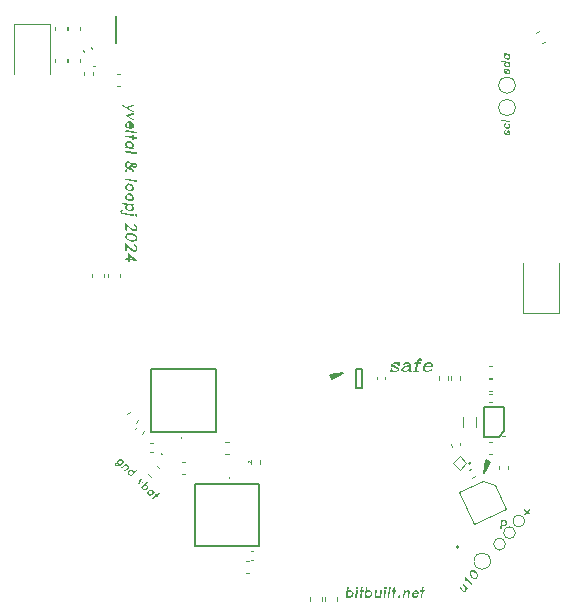
<source format=gbr>
%TF.GenerationSoftware,KiCad,Pcbnew,8.99.0-2194-gb3b7cbcab2*%
%TF.CreationDate,2024-09-04T20:38:51-04:00*%
%TF.ProjectId,thundervolt_hw1,7468756e-6465-4727-966f-6c745f687731,rev?*%
%TF.SameCoordinates,PX85b368ePY7384544*%
%TF.FileFunction,Legend,Top*%
%TF.FilePolarity,Positive*%
%FSLAX46Y46*%
G04 Gerber Fmt 4.6, Leading zero omitted, Abs format (unit mm)*
G04 Created by KiCad (PCBNEW 8.99.0-2194-gb3b7cbcab2) date 2024-09-04 20:38:51*
%MOMM*%
%LPD*%
G01*
G04 APERTURE LIST*
%ADD10C,0.150000*%
%ADD11C,0.140000*%
%ADD12C,0.112500*%
%ADD13C,0.300000*%
%ADD14C,0.120000*%
%ADD15C,0.200000*%
%ADD16C,0.100000*%
G04 APERTURE END LIST*
D10*
X5534332Y17441502D02*
X5784332Y17191502D01*
X5534332Y17441502D02*
X6634332Y17591502D01*
X18656286Y9449669D02*
X18825334Y10017988D01*
X5784332Y17191502D02*
X5659332Y17316502D01*
X5659332Y17316502D02*
X6284332Y17441502D01*
X5684332Y17041502D02*
X5534332Y17441502D01*
X18578408Y9076929D02*
X18672771Y10170592D01*
X19086468Y10064034D02*
X18578408Y9076929D01*
D11*
X-12083388Y31078826D02*
G75*
G02*
X-12043876Y31361633I9518J142834D01*
G01*
D10*
X18672771Y10170592D02*
X19086468Y10064034D01*
X6634332Y17591502D02*
X5684332Y17041502D01*
X18912378Y10033336D02*
X18656286Y9449669D01*
X6284332Y17441502D02*
X5721832Y17254002D01*
X18738287Y10002638D02*
X18912378Y10033336D01*
G36*
X-11156303Y40269927D02*
G01*
X-11141135Y40258203D01*
X-11129412Y40243109D01*
X-11126041Y40180974D01*
X-11129412Y40164194D01*
X-11141135Y40149100D01*
X-11156303Y40140674D01*
X-11573006Y40018162D01*
X-11157548Y39791455D01*
X-11142454Y39779732D01*
X-11130731Y39764637D01*
X-11127360Y39744487D01*
X-11130731Y39685723D01*
X-11142454Y39670628D01*
X-11157548Y39662202D01*
X-11174328Y39662202D01*
X-11192793Y39667258D01*
X-12105772Y40170935D01*
X-12120867Y40182659D01*
X-12130905Y40199439D01*
X-12134276Y40217903D01*
X-12130905Y40280039D01*
X-12105699Y40300189D01*
X-12087234Y40303559D01*
X-12068770Y40295133D01*
X-11737723Y40108800D01*
X-11191547Y40274983D01*
X-11174768Y40276668D01*
X-11156303Y40269927D01*
G37*
G36*
X-11156230Y39577059D02*
G01*
X-11141135Y39565335D01*
X-11129412Y39550241D01*
X-11126041Y39488106D01*
X-11129412Y39471326D01*
X-11141135Y39456232D01*
X-11156230Y39447806D01*
X-11572639Y39325293D01*
X-11157548Y39098587D01*
X-11142454Y39086864D01*
X-11130731Y39071769D01*
X-11126041Y39051619D01*
X-11126041Y39007949D01*
X-11129412Y38992855D01*
X-11141135Y38977760D01*
X-11156230Y38969334D01*
X-11174694Y38969334D01*
X-11191547Y38974390D01*
X-11800957Y39310126D01*
X-11816052Y39321923D01*
X-11826090Y39337017D01*
X-11829460Y39357167D01*
X-11826090Y39372261D01*
X-11816052Y39389041D01*
X-11800957Y39397467D01*
X-11191547Y39582115D01*
X-11174694Y39583800D01*
X-11156230Y39577059D01*
G37*
G36*
X-11419645Y38874152D02*
G01*
X-11288634Y38813702D01*
X-11270169Y38800293D01*
X-11182828Y38702914D01*
X-11130731Y38597108D01*
X-11126041Y38575346D01*
X-11126041Y38444334D01*
X-11131097Y38425869D01*
X-11174621Y38343657D01*
X-11239907Y38286577D01*
X-11325343Y38254631D01*
X-11347105Y38251260D01*
X-11477751Y38268113D01*
X-11494530Y38273095D01*
X-11509551Y38284892D01*
X-11521275Y38301672D01*
X-11524645Y38320136D01*
X-11524645Y38392310D01*
X-11388651Y38392310D01*
X-11359562Y38388940D01*
X-11294569Y38414146D01*
X-11262036Y38472910D01*
X-11262036Y38580328D01*
X-11297939Y38655873D01*
X-11328787Y38689505D01*
X-11388651Y38716323D01*
X-11388651Y38392310D01*
X-11524645Y38392310D01*
X-11524645Y38746584D01*
X-11626934Y38726434D01*
X-11657636Y38699543D01*
X-11693466Y38634037D01*
X-11693466Y38526619D01*
X-11661592Y38457816D01*
X-11589419Y38414146D01*
X-11565898Y38383957D01*
X-11567583Y38348640D01*
X-11619607Y38298301D01*
X-11636387Y38289875D01*
X-11653166Y38289875D01*
X-11671631Y38294931D01*
X-11686798Y38306728D01*
X-11773260Y38405719D01*
X-11824771Y38509840D01*
X-11829460Y38531675D01*
X-11829460Y38662614D01*
X-11824405Y38681079D01*
X-11780734Y38763364D01*
X-11685040Y38850632D01*
X-11666502Y38860744D01*
X-11535490Y38887561D01*
X-11419645Y38874152D01*
G37*
G36*
X-10849802Y37994805D02*
G01*
X-10834635Y37983081D01*
X-10824597Y37966229D01*
X-10821226Y37904166D01*
X-10824597Y37885702D01*
X-10834635Y37872219D01*
X-10849802Y37863866D01*
X-10868267Y37863866D01*
X-11782419Y37974655D01*
X-11800884Y37981396D01*
X-11816052Y37993120D01*
X-11826090Y38009899D01*
X-11829460Y38028364D01*
X-11826090Y38090499D01*
X-11816052Y38103908D01*
X-11800884Y38112335D01*
X-11782419Y38112335D01*
X-10868267Y38001546D01*
X-10849802Y37994805D01*
G37*
G36*
X-11157695Y37726773D02*
G01*
X-11142527Y37713364D01*
X-11130731Y37696584D01*
X-11127360Y37594149D01*
X-10868560Y37563961D01*
X-10849949Y37557219D01*
X-10834782Y37545496D01*
X-10824597Y37528716D01*
X-10821226Y37510252D01*
X-10821226Y37466581D01*
X-10825915Y37448116D01*
X-10835954Y37434707D01*
X-10851048Y37426281D01*
X-10869513Y37426281D01*
X-11126041Y37456543D01*
X-11126041Y37372572D01*
X-11130731Y37357478D01*
X-11142527Y37342310D01*
X-11157695Y37335642D01*
X-11174474Y37332272D01*
X-11218292Y37337328D01*
X-11236756Y37343995D01*
X-11251924Y37355792D01*
X-11262036Y37372572D01*
X-11265406Y37473322D01*
X-11782566Y37537069D01*
X-11801031Y37543811D01*
X-11816052Y37555534D01*
X-11826090Y37572314D01*
X-11829460Y37634449D01*
X-11826090Y37652914D01*
X-11816052Y37666396D01*
X-11801031Y37674749D01*
X-11782566Y37674749D01*
X-11265406Y37610928D01*
X-11265406Y37694899D01*
X-11262036Y37711679D01*
X-11251924Y37726773D01*
X-11236756Y37735199D01*
X-11218292Y37736885D01*
X-11174474Y37731829D01*
X-11157695Y37726773D01*
G37*
G36*
X-11419645Y37218772D02*
G01*
X-11288634Y37158322D01*
X-11270169Y37144913D01*
X-11182828Y37045848D01*
X-11130731Y36941728D01*
X-11126041Y36919965D01*
X-11126041Y36788954D01*
X-11131024Y36770489D01*
X-11174108Y36688277D01*
X-11189056Y36669812D01*
X-11156669Y36661386D01*
X-11142088Y36649662D01*
X-11130731Y36634494D01*
X-11127360Y36614418D01*
X-11130731Y36555653D01*
X-11142454Y36540485D01*
X-11157475Y36532132D01*
X-11174181Y36532132D01*
X-11781320Y36605991D01*
X-11799712Y36612732D01*
X-11814733Y36624456D01*
X-11824771Y36639550D01*
X-11828142Y36701686D01*
X-11824771Y36718465D01*
X-11815026Y36733559D01*
X-11800444Y36741986D01*
X-11766446Y36740300D01*
X-11781467Y36762136D01*
X-11824771Y36854460D01*
X-11829460Y36876295D01*
X-11829460Y36978657D01*
X-11693466Y36978657D01*
X-11693466Y36871239D01*
X-11624077Y36723521D01*
X-11331425Y36686591D01*
X-11262036Y36817530D01*
X-11262036Y36924948D01*
X-11297573Y37000492D01*
X-11328054Y37034125D01*
X-11441407Y37084463D01*
X-11514094Y37094501D01*
X-11627447Y37071054D01*
X-11657929Y37044163D01*
X-11693466Y36978657D01*
X-11829460Y36978657D01*
X-11829460Y37007233D01*
X-11824405Y37025698D01*
X-11780734Y37107984D01*
X-11685040Y37195252D01*
X-11666502Y37205363D01*
X-11535490Y37232181D01*
X-11419645Y37218772D01*
G37*
G36*
X-10849802Y36251497D02*
G01*
X-10834635Y36239774D01*
X-10824597Y36222921D01*
X-10821226Y36160859D01*
X-10824597Y36142394D01*
X-10834635Y36128912D01*
X-10849802Y36120559D01*
X-10868267Y36120559D01*
X-11782419Y36231347D01*
X-11800884Y36238088D01*
X-11816052Y36249812D01*
X-11826090Y36266591D01*
X-11829460Y36285056D01*
X-11826090Y36347192D01*
X-11816052Y36360600D01*
X-11800884Y36369027D01*
X-11782419Y36369027D01*
X-10868267Y36258238D01*
X-10849802Y36251497D01*
G37*
G36*
X-11500099Y35527342D02*
G01*
X-11400961Y35475318D01*
X-11313546Y35388050D01*
X-11258152Y35297411D01*
X-11231261Y35312506D01*
X-11100176Y35356176D01*
X-10999352Y35359473D01*
X-10977517Y35354491D01*
X-10878379Y35300782D01*
X-10826282Y35201717D01*
X-10821226Y35181567D01*
X-10826282Y35116061D01*
X-10878379Y35016996D01*
X-10977517Y34964972D01*
X-10999352Y34959917D01*
X-11086767Y34959917D01*
X-11106917Y34964972D01*
X-11206055Y35016996D01*
X-11300137Y35112691D01*
X-11463170Y34980067D01*
X-11288560Y34921302D01*
X-11182754Y34865908D01*
X-11130731Y34766843D01*
X-11126041Y34746693D01*
X-11126041Y34659425D01*
X-11129412Y34640960D01*
X-11141355Y34625866D01*
X-11156669Y34615754D01*
X-11173668Y34612457D01*
X-11236537Y34615754D01*
X-11251851Y34625866D01*
X-11262036Y34640960D01*
X-11265406Y34734969D01*
X-11282186Y34768528D01*
X-11324171Y34790363D01*
X-11586048Y34877704D01*
X-11658222Y34805457D01*
X-11693466Y34734969D01*
X-11693466Y34659425D01*
X-11696763Y34640960D01*
X-11706582Y34625866D01*
X-11721383Y34615754D01*
X-11739408Y34612457D01*
X-11782126Y34612457D01*
X-11800151Y34615754D01*
X-11814952Y34625866D01*
X-11824771Y34640960D01*
X-11829460Y34659425D01*
X-11829460Y34746693D01*
X-11824771Y34766843D01*
X-11772747Y34865908D01*
X-11697203Y34941452D01*
X-11781174Y35030405D01*
X-11824771Y35116061D01*
X-11829460Y35137896D01*
X-11829460Y35300709D01*
X-11693466Y35300709D01*
X-11693466Y35149620D01*
X-11658222Y35079132D01*
X-11626348Y35045573D01*
X-11601142Y35033776D01*
X-11418150Y35184938D01*
X-11189862Y35184938D01*
X-11179750Y35166473D01*
X-11146191Y35132841D01*
X-11075703Y35097596D01*
X-11010197Y35097596D01*
X-10976638Y35114376D01*
X-10959858Y35149620D01*
X-10959858Y35169843D01*
X-10976638Y35203402D01*
X-11010197Y35221867D01*
X-11079000Y35221867D01*
X-11189862Y35184938D01*
X-11418150Y35184938D01*
X-11369454Y35225164D01*
X-11429904Y35325915D01*
X-11463463Y35359473D01*
X-11534024Y35394791D01*
X-11599457Y35394791D01*
X-11661592Y35362844D01*
X-11693466Y35300709D01*
X-11829460Y35300709D01*
X-11829460Y35312506D01*
X-11824405Y35332582D01*
X-11772308Y35431647D01*
X-11716840Y35483744D01*
X-11629499Y35527342D01*
X-11607664Y35532397D01*
X-11521934Y35532397D01*
X-11500099Y35527342D01*
G37*
G36*
X-10849802Y33905594D02*
G01*
X-10834635Y33893870D01*
X-10824597Y33877017D01*
X-10821226Y33814955D01*
X-10824597Y33796490D01*
X-10834635Y33783008D01*
X-10849802Y33774655D01*
X-10868267Y33774655D01*
X-11782419Y33885443D01*
X-11800884Y33892185D01*
X-11816052Y33903908D01*
X-11826090Y33920688D01*
X-11829460Y33939152D01*
X-11826090Y34001288D01*
X-11816052Y34014697D01*
X-11800884Y34023123D01*
X-11782419Y34023123D01*
X-10868267Y33912335D01*
X-10849802Y33905594D01*
G37*
G36*
X-11419865Y33609058D02*
G01*
X-11288853Y33548608D01*
X-11270389Y33535199D01*
X-11174694Y33424411D01*
X-11126041Y33313549D01*
X-11126041Y33179240D01*
X-11130731Y33160775D01*
X-11182828Y33066766D01*
X-11270242Y32991222D01*
X-11288707Y32981183D01*
X-11419792Y32954292D01*
X-11522301Y32964404D01*
X-11666795Y33028151D01*
X-11685260Y33041633D01*
X-11772674Y33140625D01*
X-11824771Y33244746D01*
X-11829460Y33266581D01*
X-11829460Y33368943D01*
X-11693466Y33368943D01*
X-11693466Y33261525D01*
X-11657929Y33185981D01*
X-11627447Y33152422D01*
X-11514094Y33102010D01*
X-11441407Y33091972D01*
X-11328054Y33115492D01*
X-11297573Y33142310D01*
X-11262036Y33207816D01*
X-11262036Y33315234D01*
X-11297573Y33390778D01*
X-11328054Y33424411D01*
X-11441407Y33476434D01*
X-11514094Y33486473D01*
X-11627447Y33461340D01*
X-11657929Y33434449D01*
X-11693466Y33368943D01*
X-11829460Y33368943D01*
X-11829460Y33397520D01*
X-11824405Y33415984D01*
X-11772381Y33511679D01*
X-11685113Y33585538D01*
X-11666648Y33595649D01*
X-11535636Y33622467D01*
X-11419865Y33609058D01*
G37*
G36*
X-11419865Y32782540D02*
G01*
X-11288853Y32722090D01*
X-11270389Y32708681D01*
X-11174694Y32597893D01*
X-11126041Y32487031D01*
X-11126041Y32352722D01*
X-11130731Y32334257D01*
X-11182828Y32240248D01*
X-11270242Y32164704D01*
X-11288707Y32154665D01*
X-11419792Y32127774D01*
X-11522301Y32137886D01*
X-11666795Y32201633D01*
X-11685260Y32215116D01*
X-11772674Y32314107D01*
X-11824771Y32418228D01*
X-11829460Y32440063D01*
X-11829460Y32542425D01*
X-11693466Y32542425D01*
X-11693466Y32435007D01*
X-11657929Y32359463D01*
X-11627447Y32325904D01*
X-11514094Y32275492D01*
X-11441407Y32265454D01*
X-11328054Y32288975D01*
X-11297573Y32315792D01*
X-11262036Y32381298D01*
X-11262036Y32488716D01*
X-11297573Y32564261D01*
X-11328054Y32597893D01*
X-11441407Y32649917D01*
X-11514094Y32659955D01*
X-11627447Y32634822D01*
X-11657929Y32607931D01*
X-11693466Y32542425D01*
X-11829460Y32542425D01*
X-11829460Y32571002D01*
X-11824405Y32589467D01*
X-11772381Y32685161D01*
X-11685113Y32759020D01*
X-11666648Y32769132D01*
X-11535636Y32795949D01*
X-11419865Y32782540D01*
G37*
G36*
X-11174328Y31885534D02*
G01*
X-11157548Y31878793D01*
X-11142454Y31867069D01*
X-11130731Y31851902D01*
X-11126041Y31831752D01*
X-11126041Y31789840D01*
X-11129338Y31772987D01*
X-11140989Y31757893D01*
X-11155863Y31749540D01*
X-11189056Y31751225D01*
X-11174035Y31729390D01*
X-11130731Y31637066D01*
X-11126041Y31615231D01*
X-11126041Y31484292D01*
X-11131097Y31465827D01*
X-11183121Y31371745D01*
X-11270462Y31296201D01*
X-11289000Y31286162D01*
X-11435106Y31259271D01*
X-11535856Y31272753D01*
X-11666868Y31333130D01*
X-11685333Y31346612D01*
X-11781100Y31457401D01*
X-11824771Y31549725D01*
X-11829460Y31571560D01*
X-11829460Y31673995D01*
X-11693466Y31673995D01*
X-11693466Y31566504D01*
X-11657929Y31490960D01*
X-11627447Y31457401D01*
X-11514094Y31407062D01*
X-11441407Y31396951D01*
X-11328054Y31420471D01*
X-11297573Y31447363D01*
X-11262036Y31512795D01*
X-11262036Y31620213D01*
X-11331425Y31768005D01*
X-11624077Y31804934D01*
X-11693466Y31673995D01*
X-11829460Y31673995D01*
X-11829460Y31702499D01*
X-11824478Y31720963D01*
X-11781394Y31803249D01*
X-11766446Y31821714D01*
X-12087234Y31862014D01*
X-12105699Y31867069D01*
X-12120867Y31878793D01*
X-12130905Y31895573D01*
X-12134276Y31914037D01*
X-12130905Y31974487D01*
X-12120867Y31987896D01*
X-12105772Y31996323D01*
X-12087308Y31998008D01*
X-11174328Y31885534D01*
G37*
G36*
X-10824597Y30962516D02*
G01*
X-10821226Y30900454D01*
X-10824597Y30881989D01*
X-10878306Y30829892D01*
X-10893400Y30821539D01*
X-10955535Y30826595D01*
X-10974000Y30831577D01*
X-10989094Y30843374D01*
X-11042803Y30908807D01*
X-11046174Y30972628D01*
X-11042803Y30989407D01*
X-10989094Y31041431D01*
X-10974000Y31049857D01*
X-10911865Y31046487D01*
X-10893400Y31039746D01*
X-10878306Y31028022D01*
X-10824597Y30962516D01*
G37*
G36*
X-11156303Y31029707D02*
G01*
X-11141135Y31016298D01*
X-11129412Y31001131D01*
X-11126041Y30937383D01*
X-11129412Y30920604D01*
X-11141135Y30905437D01*
X-11156303Y30898769D01*
X-11173082Y30897083D01*
X-12087234Y31009557D01*
X-12105699Y31014613D01*
X-12120867Y31026337D01*
X-12130905Y31043116D01*
X-12134276Y31061581D01*
X-12130905Y31123716D01*
X-12120867Y31137125D01*
X-12105699Y31145552D01*
X-12087234Y31147237D01*
X-11173082Y31034763D01*
X-11156303Y31029707D01*
G37*
G36*
X-11767179Y30324090D02*
G01*
X-11750326Y30312293D01*
X-11317576Y29870751D01*
X-11191254Y29771759D01*
X-11117175Y29724718D01*
X-11051523Y29716291D01*
X-10989241Y29741497D01*
X-10957220Y29800262D01*
X-10957220Y29951351D01*
X-10989094Y30020227D01*
X-11051230Y30058769D01*
X-11101568Y30068880D01*
X-11116662Y30080604D01*
X-11126774Y30097383D01*
X-11131756Y30115848D01*
X-11126774Y30176298D01*
X-11116662Y30189781D01*
X-11101568Y30198134D01*
X-11041118Y30193078D01*
X-11019283Y30186410D01*
X-10932308Y30132701D01*
X-10869146Y30060454D01*
X-10825915Y29968130D01*
X-10821226Y29946295D01*
X-10821226Y29771759D01*
X-10826282Y29753294D01*
X-10870026Y29671009D01*
X-10934066Y29612244D01*
X-11021627Y29581982D01*
X-11043463Y29578685D01*
X-11129338Y29590409D01*
X-11151247Y29597150D01*
X-11243864Y29654229D01*
X-11373557Y29756591D01*
X-11693466Y30082289D01*
X-11693466Y29662582D01*
X-11696763Y29644118D01*
X-11706582Y29630709D01*
X-11721383Y29622282D01*
X-11782126Y29625653D01*
X-11800151Y29632394D01*
X-11814952Y29644118D01*
X-11824771Y29660897D01*
X-11829460Y29679362D01*
X-11829460Y30287160D01*
X-11826090Y30305625D01*
X-11815978Y30319034D01*
X-11800811Y30327387D01*
X-11784031Y30329072D01*
X-11767179Y30324090D01*
G37*
G36*
X-11253170Y29396089D02*
G01*
X-11018550Y29315489D01*
X-10877866Y29201330D01*
X-10825915Y29041815D01*
X-10825915Y28932711D01*
X-10869440Y28808514D01*
X-10887904Y28786679D01*
X-11035329Y28711134D01*
X-11261523Y28694355D01*
X-11400594Y28711134D01*
X-11635141Y28791661D01*
X-11775825Y28905820D01*
X-11829460Y29072076D01*
X-11828438Y29134139D01*
X-11693466Y29134139D01*
X-11693466Y29063650D01*
X-11663278Y28967956D01*
X-11591104Y28912561D01*
X-11388065Y28847129D01*
X-11267311Y28833647D01*
X-11064272Y28848741D01*
X-10992098Y28885744D01*
X-10961910Y28973012D01*
X-10961910Y29043500D01*
X-10992098Y29137509D01*
X-11064272Y29194589D01*
X-11267311Y29260095D01*
X-11388065Y29273503D01*
X-11591104Y29258409D01*
X-11663278Y29219794D01*
X-11693466Y29134139D01*
X-11828438Y29134139D01*
X-11827775Y29174439D01*
X-11784251Y29297024D01*
X-11765786Y29320545D01*
X-11618361Y29396089D01*
X-11392168Y29412868D01*
X-11253170Y29396089D01*
G37*
G36*
X-11767179Y28588988D02*
G01*
X-11750326Y28577192D01*
X-11317576Y28135649D01*
X-11191254Y28036658D01*
X-11117175Y27989617D01*
X-11051523Y27981190D01*
X-10989241Y28006396D01*
X-10957220Y28065161D01*
X-10957220Y28216249D01*
X-10989094Y28285126D01*
X-11051230Y28323667D01*
X-11101568Y28333779D01*
X-11116662Y28345503D01*
X-11126774Y28362282D01*
X-11131756Y28380747D01*
X-11126774Y28441197D01*
X-11116662Y28454679D01*
X-11101568Y28463032D01*
X-11041118Y28457977D01*
X-11019283Y28451309D01*
X-10932308Y28397600D01*
X-10869146Y28325353D01*
X-10825915Y28233029D01*
X-10821226Y28211194D01*
X-10821226Y28036658D01*
X-10826282Y28018193D01*
X-10870026Y27935908D01*
X-10934066Y27877143D01*
X-11021627Y27846881D01*
X-11043463Y27843584D01*
X-11129338Y27855307D01*
X-11151247Y27862049D01*
X-11243864Y27919128D01*
X-11373557Y28021490D01*
X-11693466Y28347188D01*
X-11693466Y27927481D01*
X-11696763Y27909016D01*
X-11706582Y27895607D01*
X-11721383Y27887181D01*
X-11782126Y27890552D01*
X-11800151Y27897293D01*
X-11814952Y27909016D01*
X-11824771Y27925796D01*
X-11829460Y27944261D01*
X-11829460Y28552059D01*
X-11826090Y28570524D01*
X-11815978Y28583933D01*
X-11800811Y28592286D01*
X-11784031Y28593971D01*
X-11767179Y28588988D01*
G37*
G36*
X-11538494Y27686120D02*
G01*
X-10841376Y27122066D01*
X-10829652Y27108657D01*
X-10821226Y27088507D01*
X-10823131Y27071728D01*
X-10830605Y27056560D01*
X-10850682Y27041466D01*
X-10869073Y27039781D01*
X-11473061Y27113640D01*
X-11473061Y26987757D01*
X-11476432Y26969292D01*
X-11486470Y26955883D01*
X-11501638Y26947457D01*
X-11520103Y26945771D01*
X-11562015Y26950827D01*
X-11580479Y26957568D01*
X-11595647Y26969292D01*
X-11605685Y26986072D01*
X-11609056Y27004536D01*
X-11609056Y27130492D01*
X-11800664Y27158995D01*
X-11815905Y27170719D01*
X-11826090Y27187572D01*
X-11829460Y27247949D01*
X-11826090Y27266413D01*
X-11815905Y27279896D01*
X-11800664Y27288249D01*
X-11609056Y27268099D01*
X-11609056Y27476267D01*
X-11474893Y27476267D01*
X-11473061Y27251319D01*
X-11148902Y27211019D01*
X-11474893Y27476267D01*
X-11609056Y27476267D01*
X-11609056Y27655932D01*
X-11609056Y27672711D01*
X-11587220Y27694547D01*
X-11553588Y27696232D01*
X-11538494Y27686120D01*
G37*
D12*
G36*
X21945836Y5616484D02*
G01*
X21942350Y5629563D01*
X21944137Y5643010D01*
X21951356Y5655084D01*
X22099211Y5825172D01*
X21929082Y5973063D01*
X21920289Y5984057D01*
X21916684Y5997166D01*
X21918465Y6010690D01*
X21947095Y6047478D01*
X21958088Y6056271D01*
X21971233Y6059917D01*
X21984716Y6058172D01*
X21996826Y6050994D01*
X22166956Y5903103D01*
X22314811Y6073191D01*
X22325763Y6082020D01*
X22338831Y6085661D01*
X22352267Y6084030D01*
X22388640Y6055761D01*
X22397309Y6044875D01*
X22400794Y6031797D01*
X22399008Y6018350D01*
X22391788Y6006276D01*
X22243933Y5836188D01*
X22414021Y5688332D01*
X22422814Y5677339D01*
X22426419Y5664230D01*
X22424638Y5650705D01*
X22396008Y5613918D01*
X22385015Y5605125D01*
X22371870Y5601479D01*
X22358387Y5603224D01*
X22346277Y5610401D01*
X22176189Y5758257D01*
X22028333Y5588169D01*
X22017381Y5579339D01*
X22004314Y5575699D01*
X21990878Y5577330D01*
X21954505Y5605599D01*
X21945836Y5616484D01*
G37*
G36*
X20613026Y37693105D02*
G01*
X20594177Y37710745D01*
X20590385Y37724594D01*
X20590385Y37759875D01*
X20600441Y37782516D01*
X20635722Y37798893D01*
X20655836Y37855551D01*
X20655836Y37941170D01*
X20635667Y38002884D01*
X20618027Y38015469D01*
X20601650Y38017997D01*
X20576481Y38006621D01*
X20495808Y37824062D01*
X20455526Y37752291D01*
X20381172Y37720802D01*
X20364796Y37719593D01*
X20349683Y37724594D01*
X20272857Y37776251D01*
X20233784Y37889568D01*
X20231256Y38000356D01*
X20266922Y38103616D01*
X20273296Y38116201D01*
X20350892Y38146426D01*
X20363477Y38148954D01*
X20377326Y38146426D01*
X20388646Y38137578D01*
X20398703Y38123729D01*
X20401231Y38108617D01*
X20398703Y38064543D01*
X20382326Y38046958D01*
X20355893Y38038110D01*
X20335780Y37981452D01*
X20335780Y37895833D01*
X20355893Y37834173D01*
X20365950Y37827854D01*
X20383535Y37834173D01*
X20398593Y37864344D01*
X20463879Y38016733D01*
X20504106Y38088504D01*
X20578185Y38118729D01*
X20625940Y38116201D01*
X20642262Y38111200D01*
X20717660Y38060806D01*
X20757832Y37946226D01*
X20757832Y37825326D01*
X20717550Y37720802D01*
X20641987Y37689368D01*
X20626875Y37688104D01*
X20613026Y37693105D01*
G37*
G36*
X20348639Y38734330D02*
G01*
X20362488Y38735594D01*
X20376336Y38730594D01*
X20420355Y38685256D01*
X20430467Y38660087D01*
X20421619Y38637390D01*
X20356168Y38609693D01*
X20332263Y38565620D01*
X20332263Y38485056D01*
X20358916Y38428398D01*
X20381777Y38403174D01*
X20466792Y38364156D01*
X20521307Y38356627D01*
X20606322Y38375477D01*
X20629183Y38395645D01*
X20655836Y38444774D01*
X20655836Y38525338D01*
X20631930Y38576940D01*
X20566424Y38619750D01*
X20557632Y38644974D01*
X20568952Y38667616D01*
X20613026Y38702896D01*
X20625611Y38702896D01*
X20639459Y38699105D01*
X20715681Y38616013D01*
X20754314Y38537923D01*
X20757832Y38521546D01*
X20757832Y38423342D01*
X20754040Y38409494D01*
X20721287Y38347780D01*
X20649516Y38282329D01*
X20635612Y38274745D01*
X20537353Y38254631D01*
X20450470Y38264688D01*
X20352211Y38310026D01*
X20338363Y38320082D01*
X20272857Y38393117D01*
X20233784Y38472472D01*
X20230267Y38488793D01*
X20230267Y38587052D01*
X20234004Y38600901D01*
X20266317Y38662560D01*
X20337264Y38728066D01*
X20348639Y38734330D01*
G37*
G36*
X20023088Y38924199D02*
G01*
X20011712Y38932992D01*
X20004184Y38945631D01*
X20001656Y38992178D01*
X20004184Y39006026D01*
X20011712Y39016138D01*
X20023088Y39022403D01*
X20036937Y39022403D01*
X20722551Y38939311D01*
X20736399Y38934255D01*
X20747775Y38925463D01*
X20755304Y38912878D01*
X20757832Y38899030D01*
X20755304Y38852428D01*
X20747775Y38842371D01*
X20736399Y38836052D01*
X20722551Y38836052D01*
X20036937Y38919143D01*
X20023088Y38924199D01*
G37*
G36*
X-10529100Y8640794D02*
G01*
X-10514877Y8642582D01*
X-10500655Y8640794D01*
X-10465915Y8609630D01*
X-10458804Y8598943D01*
X-10457017Y8584721D01*
X-10460553Y8572247D01*
X-10616416Y8286441D01*
X-10276051Y8386347D01*
X-10261829Y8388134D01*
X-10247607Y8386347D01*
X-10234434Y8378148D01*
X-10211274Y8354988D01*
X-10205056Y8345195D01*
X-10203269Y8330973D01*
X-10206805Y8318499D01*
X-10216597Y8308707D01*
X-10228216Y8302451D01*
X-10729456Y8157313D01*
X-10743717Y8155565D01*
X-10757046Y8158246D01*
X-10769519Y8167144D01*
X-10775737Y8176937D01*
X-10779312Y8191159D01*
X-10775775Y8203633D01*
X-10550511Y8624746D01*
X-10542467Y8634577D01*
X-10529100Y8640794D01*
G37*
G36*
X-9914548Y8377992D02*
G01*
X-9902968Y8369987D01*
X-9872697Y8336141D01*
X-9870909Y8323707D01*
X-9874523Y8311233D01*
X-9884316Y8301440D01*
X-10074918Y8151795D01*
X-10055372Y8148181D01*
X-9983445Y8122185D01*
X-9969378Y8113092D01*
X-9899937Y8043651D01*
X-9892826Y8031177D01*
X-9871415Y7954587D01*
X-9876777Y7867310D01*
X-9881285Y7852155D01*
X-9936503Y7768414D01*
X-9996190Y7719452D01*
X-10106627Y7676708D01*
X-10123531Y7674026D01*
X-10222387Y7680244D01*
X-10305195Y7707795D01*
X-10319262Y7716888D01*
X-10388703Y7786328D01*
X-10395853Y7798763D01*
X-10416642Y7865250D01*
X-10418508Y7882970D01*
X-10440968Y7869369D01*
X-10454957Y7867893D01*
X-10469024Y7871623D01*
X-10502870Y7901894D01*
X-10510875Y7913474D01*
X-10512663Y7925909D01*
X-10509088Y7938422D01*
X-10499334Y7948175D01*
X-10497549Y7949574D01*
X-10334106Y7949574D01*
X-10301465Y7843334D01*
X-10244459Y7786328D01*
X-10185549Y7765111D01*
X-10151587Y7763479D01*
X-10064776Y7796898D01*
X-10020866Y7830083D01*
X-9973225Y7902671D01*
X-9971321Y7933098D01*
X-9987175Y7986645D01*
X-10044142Y8043612D01*
X-10159319Y8085191D01*
X-10334106Y7949574D01*
X-10497549Y7949574D01*
X-9956399Y8373601D01*
X-9943031Y8379819D01*
X-9928770Y8381567D01*
X-9914548Y8377992D01*
G37*
G36*
X-9618638Y7702121D02*
G01*
X-9535791Y7674531D01*
X-9521763Y7665477D01*
X-9452284Y7595998D01*
X-9445134Y7583563D01*
X-9424383Y7517114D01*
X-9422518Y7499395D01*
X-9400873Y7512102D01*
X-9386923Y7513617D01*
X-9372856Y7511596D01*
X-9360421Y7502737D01*
X-9331044Y7469784D01*
X-9329218Y7455523D01*
X-9332754Y7443127D01*
X-9341614Y7434267D01*
X-9702767Y7151453D01*
X-9716096Y7145275D01*
X-9730279Y7143526D01*
X-9743608Y7146207D01*
X-9778348Y7177372D01*
X-9785459Y7188058D01*
X-9788296Y7201231D01*
X-9785032Y7213433D01*
X-9766107Y7230570D01*
X-9785653Y7234184D01*
X-9857581Y7260180D01*
X-9871648Y7269273D01*
X-9941088Y7338714D01*
X-9948200Y7351187D01*
X-9968678Y7417986D01*
X-9967237Y7449267D01*
X-9869705Y7449267D01*
X-9853812Y7395681D01*
X-9796845Y7338714D01*
X-9681706Y7297174D01*
X-9506919Y7432791D01*
X-9539560Y7539031D01*
X-9596527Y7595998D01*
X-9655437Y7617215D01*
X-9689439Y7618886D01*
X-9776249Y7585467D01*
X-9820121Y7552243D01*
X-9867801Y7479693D01*
X-9869705Y7449267D01*
X-9967237Y7449267D01*
X-9964209Y7515016D01*
X-9959741Y7530210D01*
X-9904483Y7613912D01*
X-9835937Y7668236D01*
X-9734399Y7705657D01*
X-9717495Y7708339D01*
X-9618638Y7702121D01*
G37*
G36*
X-9250801Y7360941D02*
G01*
X-9235646Y7361874D01*
X-9220491Y7359231D01*
X-9164379Y7306694D01*
X-9011120Y7427933D01*
X-8997675Y7434229D01*
X-8983413Y7436055D01*
X-8969113Y7432558D01*
X-8957533Y7424553D01*
X-8934374Y7401393D01*
X-8927068Y7389114D01*
X-8925281Y7376679D01*
X-8928817Y7364205D01*
X-8938609Y7354413D01*
X-9090703Y7234417D01*
X-9046170Y7189884D01*
X-9040652Y7179393D01*
X-9038865Y7165093D01*
X-9043372Y7153513D01*
X-9050484Y7142826D01*
X-9076402Y7122270D01*
X-9089731Y7116014D01*
X-9104031Y7114226D01*
X-9118292Y7117763D01*
X-9173511Y7169406D01*
X-9481583Y6928948D01*
X-9494951Y6922730D01*
X-9509134Y6920982D01*
X-9523356Y6924557D01*
X-9558096Y6955721D01*
X-9566101Y6967301D01*
X-9567927Y6979775D01*
X-9564391Y6992171D01*
X-9554599Y7001963D01*
X-9246487Y7242383D01*
X-9291020Y7286915D01*
X-9298131Y7297601D01*
X-9300773Y7310969D01*
X-9297198Y7323481D01*
X-9288299Y7334167D01*
X-9262381Y7354724D01*
X-9250801Y7360941D01*
G37*
D10*
G36*
X16469958Y-656591D02*
G01*
X16466875Y-640965D01*
X16467794Y-625017D01*
X16476690Y-610501D01*
X16510938Y-575385D01*
X16526609Y-572342D01*
X16540715Y-575381D01*
X16551269Y-584554D01*
X16790753Y-850179D01*
X16843705Y-868377D01*
X16895971Y-848924D01*
X16930822Y-808832D01*
X16951662Y-737950D01*
X16969558Y-625594D01*
X16739290Y-369843D01*
X16732422Y-356429D01*
X16729292Y-340764D01*
X16730211Y-324815D01*
X16738278Y-309579D01*
X16761192Y-283219D01*
X16772486Y-274509D01*
X16788151Y-271379D01*
X16802211Y-274378D01*
X16812718Y-283511D01*
X17154874Y-662496D01*
X17162802Y-676831D01*
X17165885Y-692457D01*
X17163947Y-707438D01*
X17155879Y-722675D01*
X17132925Y-749080D01*
X17121678Y-757830D01*
X17107159Y-761876D01*
X17093151Y-759003D01*
X17081676Y-749028D01*
X17047804Y-712140D01*
X17045903Y-788319D01*
X17023498Y-869005D01*
X17013628Y-886316D01*
X16942002Y-968712D01*
X16928727Y-977561D01*
X16841571Y-1007461D01*
X16828432Y-1003402D01*
X16720966Y-941536D01*
X16476872Y-670044D01*
X16469958Y-656591D01*
G37*
G36*
X16909479Y11988D02*
G01*
X16905151Y30556D01*
X16928666Y119500D01*
X16928456Y292094D01*
X16936431Y305549D01*
X16948646Y315320D01*
X16962290Y318265D01*
X16976436Y315272D01*
X16988049Y305177D01*
X17502372Y-264328D01*
X17510340Y-278617D01*
X17513429Y-294328D01*
X17510569Y-310370D01*
X17478718Y-351291D01*
X17466504Y-361061D01*
X17452859Y-364006D01*
X17438753Y-360967D01*
X17427140Y-350872D01*
X17025679Y94472D01*
X17025216Y72626D01*
X16993310Y-23830D01*
X16982155Y-34522D01*
X16967543Y-38487D01*
X16953443Y-35534D01*
X16939988Y-27559D01*
X16909479Y11988D01*
G37*
G36*
X17675783Y884120D02*
G01*
X17827215Y771010D01*
X17905507Y684424D01*
X18008994Y505548D01*
X18035061Y356837D01*
X17977899Y222951D01*
X17920876Y159494D01*
X17826483Y106192D01*
X17802011Y101495D01*
X17667991Y134583D01*
X17516559Y247693D01*
X17438313Y334239D01*
X17334820Y513200D01*
X17312664Y639598D01*
X17415488Y639598D01*
X17429674Y564240D01*
X17521557Y412037D01*
X17590171Y337586D01*
X17726120Y236075D01*
X17792623Y220902D01*
X17858438Y258269D01*
X17896976Y302601D01*
X17930307Y379290D01*
X17915200Y453587D01*
X17823277Y605744D01*
X17754703Y680241D01*
X17618754Y781753D01*
X17553132Y797939D01*
X17486435Y759559D01*
X17447898Y715227D01*
X17415488Y639598D01*
X17312664Y639598D01*
X17308753Y661912D01*
X17363289Y790637D01*
X17422938Y859255D01*
X17518212Y913570D01*
X17541763Y917208D01*
X17675783Y884120D01*
G37*
D13*
G36*
X10694260Y18322405D02*
G01*
X10704793Y18343947D01*
X10721555Y18361643D01*
X10801330Y18422422D01*
X10918842Y18473371D01*
X10946044Y18478842D01*
X11164306Y18478842D01*
X11189493Y18474141D01*
X11300776Y18416951D01*
X11340619Y18467900D01*
X11361593Y18475680D01*
X11386780Y18478842D01*
X11405648Y18472944D01*
X11422409Y18461233D01*
X11430836Y18443708D01*
X11430836Y18424132D01*
X11397313Y18220592D01*
X11388887Y18201016D01*
X11376247Y18183321D01*
X11355273Y18171609D01*
X11332192Y18165711D01*
X11311218Y18169643D01*
X11292350Y18179474D01*
X11248295Y18289151D01*
X11212574Y18328303D01*
X11130783Y18369422D01*
X10941923Y18369422D01*
X10845386Y18328218D01*
X10809665Y18298811D01*
X10834853Y18265557D01*
X10927176Y18220421D01*
X11179052Y18118523D01*
X11296563Y18055777D01*
X11342725Y18004743D01*
X11353167Y17987133D01*
X11353167Y17967557D01*
X11327979Y17814624D01*
X11319644Y17793082D01*
X11304898Y17775386D01*
X11225214Y17714607D01*
X11105596Y17663658D01*
X11080408Y17658186D01*
X10860040Y17658186D01*
X10836959Y17665196D01*
X10723661Y17725549D01*
X10683727Y17674600D01*
X10662753Y17662888D01*
X10639672Y17658186D01*
X10618698Y17662119D01*
X10601937Y17675796D01*
X10593510Y17693321D01*
X10591404Y17712897D01*
X10625018Y17916437D01*
X10635459Y17936098D01*
X10650205Y17953708D01*
X10671179Y17965420D01*
X10692154Y17971318D01*
X10715235Y17967386D01*
X10731996Y17957640D01*
X10776143Y17845997D01*
X10811772Y17808726D01*
X10893654Y17767607D01*
X11084622Y17767607D01*
X11179052Y17808811D01*
X11214681Y17836252D01*
X11223107Y17893099D01*
X11197920Y17922506D01*
X11107702Y17967557D01*
X10853720Y18067574D01*
X10748849Y18120489D01*
X10679606Y18198879D01*
X10685834Y18271456D01*
X10694260Y18322405D01*
G37*
G36*
X12165213Y18472944D02*
G01*
X12265963Y18421995D01*
X12324673Y18361301D01*
X12370835Y18245725D01*
X12372941Y18220250D01*
X12314232Y17877370D01*
X12345647Y17795048D01*
X12372941Y17767607D01*
X12425423Y17763760D01*
X12442184Y17752220D01*
X12450611Y17734867D01*
X12452717Y17713666D01*
X12444291Y17692551D01*
X12427530Y17675198D01*
X12406555Y17663658D01*
X12383474Y17659725D01*
X12307912Y17663658D01*
X12190400Y17725463D01*
X12169426Y17771796D01*
X12091757Y17714778D01*
X11972139Y17663658D01*
X11946951Y17658186D01*
X11776958Y17658186D01*
X11590204Y17722813D01*
X11541936Y17840441D01*
X11539829Y17865915D01*
X11541952Y17877370D01*
X11714035Y17877370D01*
X11741329Y17804879D01*
X11814786Y17767607D01*
X11951165Y17767607D01*
X12045595Y17808811D01*
X12146345Y17887201D01*
X12184081Y18112625D01*
X11869282Y18065608D01*
X11779065Y18026370D01*
X11726583Y17953879D01*
X11714035Y17877370D01*
X11541952Y17877370D01*
X11558697Y17967728D01*
X11569230Y17991236D01*
X11655234Y18108863D01*
X11860947Y18173490D01*
X12177852Y18220507D01*
X12207162Y18244015D01*
X12215588Y18298897D01*
X12188294Y18328303D01*
X12106503Y18369422D01*
X11917551Y18369422D01*
X11844186Y18338049D01*
X11827333Y18249914D01*
X11812679Y18232304D01*
X11791705Y18220592D01*
X11711929Y18216660D01*
X11690954Y18220592D01*
X11674193Y18232304D01*
X11665767Y18249914D01*
X11669980Y18322405D01*
X11680421Y18343947D01*
X11697274Y18361557D01*
X11776958Y18422337D01*
X11894470Y18473371D01*
X11921764Y18478842D01*
X12140025Y18478842D01*
X12165213Y18472944D01*
G37*
G36*
X12834102Y18623825D02*
G01*
X12844635Y18649214D01*
X12928624Y18762567D01*
X13069217Y18825057D01*
X13203489Y18828989D01*
X13222357Y18825057D01*
X13241225Y18813260D01*
X13285372Y18762225D01*
X13295813Y18744615D01*
X13297920Y18722988D01*
X13279052Y18652292D01*
X13203489Y18583647D01*
X13180408Y18571850D01*
X13157327Y18567918D01*
X13136353Y18571850D01*
X13071323Y18634682D01*
X13062897Y18652292D01*
X13062897Y18671953D01*
X13077552Y18703326D01*
X13062897Y18691700D01*
X13004096Y18612370D01*
X12981015Y18478842D01*
X13163647Y18474996D01*
X13182515Y18461489D01*
X13190941Y18444221D01*
X13192956Y18424901D01*
X13184622Y18403787D01*
X13167769Y18386433D01*
X13144688Y18374893D01*
X12964253Y18370960D01*
X12861397Y17767607D01*
X12966360Y17767607D01*
X12989441Y17763760D01*
X13006202Y17752220D01*
X13016735Y17734867D01*
X13016735Y17713666D01*
X13008309Y17692551D01*
X12993654Y17675198D01*
X12972680Y17663658D01*
X12947492Y17658186D01*
X12563451Y17658186D01*
X12544583Y17662033D01*
X12525624Y17673574D01*
X12517289Y17690927D01*
X12515182Y17712128D01*
X12523517Y17733242D01*
X12540370Y17750596D01*
X12561344Y17762136D01*
X12687282Y17766069D01*
X12790047Y18369422D01*
X12664201Y18373354D01*
X12647348Y18384894D01*
X12636907Y18402248D01*
X12634800Y18423363D01*
X12645242Y18442597D01*
X12659988Y18459950D01*
X12680962Y18473371D01*
X12809007Y18477304D01*
X12834102Y18623825D01*
G37*
G36*
X14010590Y18472944D02*
G01*
X14111340Y18421995D01*
X14180583Y18345486D01*
X14216212Y18245468D01*
X14218318Y18219908D01*
X14193131Y18098349D01*
X14178476Y18078773D01*
X14157502Y18066976D01*
X14132314Y18063043D01*
X13538438Y18063043D01*
X13532118Y18025857D01*
X13555199Y17894809D01*
X13632868Y17808726D01*
X13714659Y17767607D01*
X13800755Y17767607D01*
X13947575Y17810692D01*
X14086152Y17916437D01*
X14109233Y17920369D01*
X14130208Y17916437D01*
X14149075Y17904725D01*
X14157502Y17885149D01*
X14157502Y17865573D01*
X14151182Y17844031D01*
X14008483Y17724608D01*
X13981189Y17710931D01*
X13792328Y17658186D01*
X13664284Y17660153D01*
X13509037Y17711102D01*
X13488063Y17724779D01*
X13395739Y17826592D01*
X13385206Y17848134D01*
X13355805Y18016625D01*
X13378886Y18136048D01*
X13398395Y18172464D01*
X13578280Y18172464D01*
X14039990Y18172464D01*
X14054645Y18257180D01*
X14027351Y18331979D01*
X13951788Y18369422D01*
X13817516Y18369422D01*
X13720979Y18328047D01*
X13613909Y18241365D01*
X13578280Y18172464D01*
X13398395Y18172464D01*
X13460769Y18288895D01*
X13477530Y18310437D01*
X13605574Y18412250D01*
X13630762Y18423961D01*
X13819622Y18476876D01*
X13985402Y18478842D01*
X14010590Y18472944D01*
G37*
D10*
G36*
X20087807Y5130766D02*
G01*
X20099128Y5122028D01*
X20105393Y5110873D01*
X20104129Y5085978D01*
X20120505Y5097244D01*
X20189748Y5129722D01*
X20206124Y5133239D01*
X20304328Y5133239D01*
X20318177Y5129447D01*
X20388739Y5090429D01*
X20445397Y5024923D01*
X20452926Y5011020D01*
X20473094Y4901440D01*
X20462982Y4825878D01*
X20417700Y4727619D01*
X20407588Y4713770D01*
X20324497Y4641945D01*
X20255254Y4609192D01*
X20238877Y4605674D01*
X20140673Y4605674D01*
X20126825Y4609411D01*
X20065111Y4641725D01*
X20051262Y4652935D01*
X20021037Y4412344D01*
X20017245Y4398496D01*
X20008453Y4387120D01*
X19995868Y4379591D01*
X19982019Y4377063D01*
X19936682Y4379591D01*
X19926625Y4387120D01*
X19920305Y4398441D01*
X19919041Y4412289D01*
X19961842Y4759712D01*
X20063847Y4759712D01*
X20162051Y4707670D01*
X20242669Y4707670D01*
X20299327Y4734323D01*
X20324497Y4757184D01*
X20362251Y4842199D01*
X20369834Y4896714D01*
X20352194Y4981729D01*
X20332025Y5004590D01*
X20282951Y5031243D01*
X20202387Y5031243D01*
X20091544Y4979201D01*
X20063847Y4759712D01*
X19961842Y4759712D01*
X20003397Y5097024D01*
X20008453Y5109609D01*
X20017245Y5120929D01*
X20028621Y5129722D01*
X20043733Y5133239D01*
X20075167Y5133239D01*
X20087807Y5130766D01*
G37*
D12*
G36*
X20613026Y42893105D02*
G01*
X20594177Y42910745D01*
X20590385Y42924594D01*
X20590385Y42959875D01*
X20600441Y42982516D01*
X20635722Y42998893D01*
X20655836Y43055551D01*
X20655836Y43141170D01*
X20635667Y43202884D01*
X20618027Y43215469D01*
X20601650Y43217997D01*
X20576481Y43206621D01*
X20495808Y43024062D01*
X20455526Y42952291D01*
X20381172Y42920802D01*
X20364796Y42919593D01*
X20349683Y42924594D01*
X20272857Y42976251D01*
X20233784Y43089568D01*
X20231256Y43200356D01*
X20266922Y43303616D01*
X20273296Y43316201D01*
X20350892Y43346426D01*
X20363477Y43348954D01*
X20377326Y43346426D01*
X20388646Y43337578D01*
X20398703Y43323729D01*
X20401231Y43308617D01*
X20398703Y43264543D01*
X20382326Y43246958D01*
X20355893Y43238110D01*
X20335780Y43181452D01*
X20335780Y43095833D01*
X20355893Y43034173D01*
X20365950Y43027854D01*
X20383535Y43034173D01*
X20398593Y43064344D01*
X20463879Y43216733D01*
X20504106Y43288504D01*
X20578185Y43318729D01*
X20625940Y43316201D01*
X20642262Y43311200D01*
X20717660Y43260806D01*
X20757832Y43146226D01*
X20757832Y43025326D01*
X20717550Y42920802D01*
X20641987Y42889368D01*
X20626875Y42888104D01*
X20613026Y42893105D01*
G37*
G36*
X20721616Y43910425D02*
G01*
X20735410Y43905369D01*
X20746786Y43896577D01*
X20754314Y43883992D01*
X20756842Y43838654D01*
X20754314Y43824806D01*
X20747005Y43814749D01*
X20736069Y43808429D01*
X20710571Y43809693D01*
X20721836Y43793317D01*
X20754314Y43724074D01*
X20757832Y43707698D01*
X20757832Y43609494D01*
X20754040Y43595645D01*
X20715022Y43525138D01*
X20649516Y43468480D01*
X20635612Y43460896D01*
X20537353Y43440783D01*
X20450470Y43450840D01*
X20352211Y43496177D01*
X20338363Y43506234D01*
X20272857Y43579269D01*
X20233784Y43658623D01*
X20230267Y43674945D01*
X20230267Y43751771D01*
X20332263Y43751771D01*
X20332263Y43671208D01*
X20358916Y43614549D01*
X20381777Y43589325D01*
X20466792Y43551571D01*
X20521307Y43544043D01*
X20606322Y43561628D01*
X20629183Y43581796D01*
X20655836Y43630926D01*
X20655836Y43711489D01*
X20603794Y43822278D01*
X20384305Y43849975D01*
X20332263Y43751771D01*
X20230267Y43751771D01*
X20230267Y43773203D01*
X20234004Y43787052D01*
X20266317Y43848711D01*
X20277528Y43862560D01*
X20036937Y43891521D01*
X20023088Y43896577D01*
X20011712Y43905369D01*
X20004184Y43917954D01*
X20001656Y43931858D01*
X20004184Y43977140D01*
X20011712Y43987252D01*
X20023033Y43993517D01*
X20036882Y43993517D01*
X20721616Y43910425D01*
G37*
G36*
X20721726Y44576695D02*
G01*
X20735520Y44571639D01*
X20746786Y44562847D01*
X20754314Y44551526D01*
X20756842Y44504925D01*
X20754314Y44492340D01*
X20747005Y44481019D01*
X20736069Y44474699D01*
X20710571Y44475963D01*
X20721836Y44459587D01*
X20754314Y44390344D01*
X20757832Y44373968D01*
X20757832Y44275764D01*
X20754040Y44261915D01*
X20721287Y44200201D01*
X20649516Y44134750D01*
X20635612Y44127166D01*
X20537353Y44107053D01*
X20450470Y44117110D01*
X20352211Y44162447D01*
X20338363Y44172504D01*
X20272857Y44246803D01*
X20233784Y44324893D01*
X20230267Y44341215D01*
X20230267Y44418041D01*
X20332263Y44418041D01*
X20332263Y44337478D01*
X20358916Y44280819D01*
X20381777Y44255595D01*
X20466792Y44217841D01*
X20521307Y44210313D01*
X20606322Y44227898D01*
X20629183Y44248067D01*
X20655836Y44297196D01*
X20655836Y44377759D01*
X20603794Y44488548D01*
X20384305Y44516245D01*
X20332263Y44418041D01*
X20230267Y44418041D01*
X20230267Y44439474D01*
X20234004Y44453322D01*
X20266317Y44514981D01*
X20277528Y44528830D01*
X20253238Y44535150D01*
X20242302Y44543942D01*
X20233784Y44555318D01*
X20231256Y44570375D01*
X20233784Y44614449D01*
X20242577Y44625825D01*
X20253842Y44632090D01*
X20266372Y44632090D01*
X20721726Y44576695D01*
G37*
G36*
X-12186344Y10278764D02*
G01*
X-12114222Y10252962D01*
X-12100155Y10243869D01*
X-12030714Y10174429D01*
X-12023564Y10161994D01*
X-12002814Y10095545D01*
X-12000949Y10077826D01*
X-11979304Y10090532D01*
X-11965354Y10092048D01*
X-11951287Y10090027D01*
X-11916586Y10058901D01*
X-11909475Y10048215D01*
X-11907649Y10033954D01*
X-11911185Y10021558D01*
X-11920045Y10012698D01*
X-12306923Y9709522D01*
X-12417981Y9666078D01*
X-12435001Y9663358D01*
X-12533314Y9668254D01*
X-12618143Y9697437D01*
X-12631316Y9705636D01*
X-12700757Y9775077D01*
X-12708800Y9788405D01*
X-12730484Y9864646D01*
X-12724810Y9950446D01*
X-12721235Y9962959D01*
X-12713230Y9972751D01*
X-12700757Y9979863D01*
X-12686495Y9981611D01*
X-12672273Y9978036D01*
X-12615306Y9924644D01*
X-12607301Y9913064D01*
X-12605475Y9900591D01*
X-12607262Y9861421D01*
X-12590359Y9808923D01*
X-12556513Y9775077D01*
X-12498147Y9753316D01*
X-12462980Y9752888D01*
X-12374032Y9786579D01*
X-12344538Y9809000D01*
X-12364084Y9812614D01*
X-12436012Y9838611D01*
X-12450079Y9847704D01*
X-12519519Y9917144D01*
X-12526630Y9929618D01*
X-12548896Y10007064D01*
X-12547402Y10027698D01*
X-12448136Y10027698D01*
X-12432242Y9974111D01*
X-12375275Y9917144D01*
X-12260137Y9875604D01*
X-12085350Y10011222D01*
X-12117991Y10117462D01*
X-12174958Y10174429D01*
X-12233868Y10195645D01*
X-12267831Y10197278D01*
X-12354680Y10163898D01*
X-12398552Y10130674D01*
X-12446193Y10058085D01*
X-12448136Y10027698D01*
X-12547402Y10027698D01*
X-12542640Y10093447D01*
X-12538133Y10108602D01*
X-12482914Y10192342D01*
X-12424160Y10240450D01*
X-12312829Y10284088D01*
X-12295926Y10286769D01*
X-12186344Y10278764D01*
G37*
G36*
X-11773430Y9883726D02*
G01*
X-11759208Y9885513D01*
X-11744947Y9883687D01*
X-11710246Y9852561D01*
X-11703096Y9841836D01*
X-11701153Y9827769D01*
X-11704534Y9815529D01*
X-11748017Y9779118D01*
X-11679742Y9772629D01*
X-11608747Y9747487D01*
X-11593786Y9737500D01*
X-11524345Y9668060D01*
X-11517234Y9655586D01*
X-11495862Y9575459D01*
X-11500292Y9563879D01*
X-11562621Y9471317D01*
X-11821693Y9269213D01*
X-11835099Y9262957D01*
X-11849321Y9261169D01*
X-11862650Y9263850D01*
X-11875124Y9272749D01*
X-11897390Y9295015D01*
X-11903802Y9306401D01*
X-11906444Y9319768D01*
X-11902908Y9332242D01*
X-11893115Y9342034D01*
X-11640999Y9538893D01*
X-11620521Y9586106D01*
X-11634743Y9634214D01*
X-11668589Y9668060D01*
X-11730880Y9691258D01*
X-11830553Y9714379D01*
X-12074236Y9524165D01*
X-12087565Y9517909D01*
X-12104507Y9517054D01*
X-12128872Y9526497D01*
X-12151138Y9548763D01*
X-12158249Y9559449D01*
X-12160930Y9572778D01*
X-12157394Y9585251D01*
X-12147640Y9595005D01*
X-11785904Y9878402D01*
X-11773430Y9883726D01*
G37*
G36*
X-11286685Y9370168D02*
G01*
X-11202944Y9341684D01*
X-11188916Y9332630D01*
X-11119437Y9263151D01*
X-11112287Y9250716D01*
X-11091536Y9184267D01*
X-11089671Y9166548D01*
X-10899068Y9316193D01*
X-10885701Y9322411D01*
X-10871440Y9324237D01*
X-10857217Y9320662D01*
X-10845599Y9312618D01*
X-10815367Y9278811D01*
X-10813540Y9266337D01*
X-10817115Y9253902D01*
X-10826908Y9244110D01*
X-11369843Y8818684D01*
X-11383171Y8812505D01*
X-11397433Y8810679D01*
X-11411655Y8814254D01*
X-11445501Y8844525D01*
X-11453506Y8856105D01*
X-11455449Y8868384D01*
X-11452185Y8880586D01*
X-11433260Y8897723D01*
X-11452806Y8901337D01*
X-11524734Y8927333D01*
X-11538801Y8936426D01*
X-11608241Y9005867D01*
X-11615353Y9018340D01*
X-11637619Y9095786D01*
X-11636124Y9116420D01*
X-11536858Y9116420D01*
X-11520965Y9062834D01*
X-11463998Y9005867D01*
X-11348859Y8964327D01*
X-11174072Y9099944D01*
X-11206714Y9206184D01*
X-11263681Y9263151D01*
X-11322590Y9284368D01*
X-11356592Y9286039D01*
X-11443402Y9252620D01*
X-11487274Y9219396D01*
X-11534954Y9146846D01*
X-11536858Y9116420D01*
X-11636124Y9116420D01*
X-11631362Y9182169D01*
X-11626894Y9197363D01*
X-11571637Y9281065D01*
X-11503090Y9335389D01*
X-11401552Y9372810D01*
X-11384648Y9375492D01*
X-11286685Y9370168D01*
G37*
D10*
G36*
X7055215Y-530372D02*
G01*
X7067507Y-539574D01*
X7075164Y-553478D01*
X7075164Y-570404D01*
X7039767Y-864460D01*
X7059782Y-850691D01*
X7144413Y-810995D01*
X7164428Y-806696D01*
X7284455Y-806696D01*
X7301381Y-811331D01*
X7386079Y-859019D01*
X7456872Y-939082D01*
X7466074Y-956075D01*
X7490725Y-1076170D01*
X7481456Y-1170069D01*
X7422953Y-1302454D01*
X7410662Y-1319380D01*
X7319852Y-1399443D01*
X7224475Y-1447199D01*
X7204460Y-1451498D01*
X7084433Y-1451498D01*
X7067507Y-1446930D01*
X6992078Y-1407436D01*
X6975152Y-1393734D01*
X6967495Y-1424899D01*
X6956681Y-1438266D01*
X6941300Y-1447199D01*
X6885888Y-1450288D01*
X6868962Y-1447199D01*
X6856670Y-1437997D01*
X6848946Y-1424093D01*
X6848946Y-1407235D01*
X6866421Y-1263229D01*
X6990534Y-1263229D01*
X7110561Y-1326836D01*
X7209094Y-1326836D01*
X7278343Y-1294260D01*
X7309106Y-1266319D01*
X7355249Y-1162412D01*
X7364518Y-1095782D01*
X7342958Y-991875D01*
X7318307Y-963934D01*
X7258327Y-931358D01*
X7159861Y-931358D01*
X7024386Y-994965D01*
X6990534Y-1263229D01*
X6866421Y-1263229D01*
X6950502Y-570336D01*
X6956681Y-553410D01*
X6967495Y-539574D01*
X6982877Y-530372D01*
X6999803Y-527283D01*
X7055215Y-530372D01*
G37*
G36*
X7779676Y-530372D02*
G01*
X7836566Y-527283D01*
X7853492Y-530372D01*
X7901248Y-579605D01*
X7908905Y-593442D01*
X7904270Y-650399D01*
X7899703Y-667325D01*
X7888889Y-681162D01*
X7828909Y-730395D01*
X7770407Y-733485D01*
X7755026Y-730395D01*
X7707337Y-681162D01*
X7699613Y-667325D01*
X7702703Y-610368D01*
X7708882Y-593442D01*
X7719629Y-579605D01*
X7779676Y-530372D01*
G37*
G36*
X7718084Y-834369D02*
G01*
X7730376Y-820533D01*
X7744279Y-809786D01*
X7802714Y-806696D01*
X7818095Y-809786D01*
X7831999Y-820533D01*
X7838111Y-834369D01*
X7839656Y-849817D01*
X7771952Y-1408376D01*
X7765773Y-1425370D01*
X7755026Y-1439206D01*
X7739645Y-1448408D01*
X7722719Y-1451498D01*
X7665761Y-1448408D01*
X7653470Y-1439206D01*
X7645745Y-1425370D01*
X7645745Y-1408376D01*
X7713450Y-849817D01*
X7718084Y-834369D01*
G37*
G36*
X7999177Y-835712D02*
G01*
X8011469Y-821809D01*
X8026850Y-810995D01*
X8120749Y-807905D01*
X8148422Y-570672D01*
X8154601Y-553612D01*
X8165348Y-539708D01*
X8180729Y-530372D01*
X8197655Y-527283D01*
X8237686Y-527283D01*
X8254612Y-531581D01*
X8266904Y-540783D01*
X8274628Y-554619D01*
X8274628Y-571545D01*
X8246888Y-806696D01*
X8323861Y-806696D01*
X8337698Y-810995D01*
X8351601Y-821809D01*
X8357713Y-835712D01*
X8360803Y-851094D01*
X8356169Y-891259D01*
X8350056Y-908185D01*
X8339243Y-922089D01*
X8323861Y-931358D01*
X8231507Y-934448D01*
X8173072Y-1408511D01*
X8166893Y-1425437D01*
X8156146Y-1439206D01*
X8140765Y-1448408D01*
X8083807Y-1451498D01*
X8066881Y-1448408D01*
X8054523Y-1439206D01*
X8046866Y-1425437D01*
X8046866Y-1408511D01*
X8105368Y-934448D01*
X8028395Y-934448D01*
X8013013Y-931358D01*
X7999177Y-922089D01*
X7991453Y-908185D01*
X7989908Y-891259D01*
X7994543Y-851094D01*
X7999177Y-835712D01*
G37*
G36*
X8651098Y-530372D02*
G01*
X8663389Y-539574D01*
X8671046Y-553478D01*
X8671046Y-570404D01*
X8635650Y-864460D01*
X8655665Y-850691D01*
X8740295Y-810995D01*
X8760311Y-806696D01*
X8880338Y-806696D01*
X8897264Y-811331D01*
X8981961Y-859019D01*
X9052755Y-939082D01*
X9061957Y-956075D01*
X9086607Y-1076170D01*
X9077338Y-1170069D01*
X9018836Y-1302454D01*
X9006545Y-1319380D01*
X8915735Y-1399443D01*
X8820358Y-1447199D01*
X8800342Y-1451498D01*
X8680315Y-1451498D01*
X8663389Y-1446930D01*
X8587961Y-1407436D01*
X8571035Y-1393734D01*
X8563378Y-1424899D01*
X8552564Y-1438266D01*
X8537183Y-1447199D01*
X8481770Y-1450288D01*
X8464844Y-1447199D01*
X8452553Y-1437997D01*
X8444829Y-1424093D01*
X8444829Y-1407235D01*
X8462304Y-1263229D01*
X8586416Y-1263229D01*
X8706443Y-1326836D01*
X8804977Y-1326836D01*
X8874226Y-1294260D01*
X8904988Y-1266319D01*
X8951132Y-1162412D01*
X8960401Y-1095782D01*
X8938840Y-991875D01*
X8914190Y-963934D01*
X8854210Y-931358D01*
X8755744Y-931358D01*
X8620268Y-994965D01*
X8586416Y-1263229D01*
X8462304Y-1263229D01*
X8546385Y-570336D01*
X8552564Y-553410D01*
X8563378Y-539574D01*
X8578759Y-530372D01*
X8595685Y-527283D01*
X8651098Y-530372D01*
G37*
G36*
X9330893Y-834369D02*
G01*
X9341640Y-820533D01*
X9355543Y-809786D01*
X9374014Y-806696D01*
X9427882Y-809786D01*
X9441718Y-820600D01*
X9449375Y-834503D01*
X9449375Y-849885D01*
X9401687Y-1240392D01*
X9424792Y-1297484D01*
X9478660Y-1326836D01*
X9537095Y-1326836D01*
X9610978Y-1292984D01*
X9717169Y-1226757D01*
X9763313Y-851026D01*
X9769492Y-835645D01*
X9780239Y-821742D01*
X9794142Y-810995D01*
X9812613Y-806696D01*
X9851032Y-806696D01*
X9866414Y-809786D01*
X9880317Y-820533D01*
X9887974Y-834369D01*
X9887974Y-849683D01*
X9820270Y-1407235D01*
X9814091Y-1424161D01*
X9803344Y-1437997D01*
X9789508Y-1447199D01*
X9771037Y-1451498D01*
X9732550Y-1451498D01*
X9717169Y-1448475D01*
X9703333Y-1439340D01*
X9695609Y-1425638D01*
X9695609Y-1408914D01*
X9701788Y-1354173D01*
X9637173Y-1407570D01*
X9554021Y-1447199D01*
X9532528Y-1451498D01*
X9412433Y-1451498D01*
X9395507Y-1446863D01*
X9307788Y-1396085D01*
X9301675Y-1382249D01*
X9275480Y-1248385D01*
X9324714Y-849817D01*
X9330893Y-834369D01*
G37*
G36*
X10170814Y-530372D02*
G01*
X10227704Y-527283D01*
X10244630Y-530372D01*
X10292385Y-579605D01*
X10300042Y-593442D01*
X10295408Y-650399D01*
X10290841Y-667325D01*
X10280027Y-681162D01*
X10220047Y-730395D01*
X10161545Y-733485D01*
X10146163Y-730395D01*
X10098475Y-681162D01*
X10090751Y-667325D01*
X10093840Y-610368D01*
X10100020Y-593442D01*
X10110766Y-579605D01*
X10170814Y-530372D01*
G37*
G36*
X10109222Y-834369D02*
G01*
X10121513Y-820533D01*
X10135417Y-809786D01*
X10193852Y-806696D01*
X10209233Y-809786D01*
X10223136Y-820533D01*
X10229249Y-834369D01*
X10230793Y-849817D01*
X10163089Y-1408376D01*
X10156910Y-1425370D01*
X10146163Y-1439206D01*
X10130782Y-1448408D01*
X10113856Y-1451498D01*
X10056899Y-1448408D01*
X10044607Y-1439206D01*
X10036883Y-1425370D01*
X10036883Y-1408376D01*
X10104587Y-849817D01*
X10109222Y-834369D01*
G37*
G36*
X10505707Y-553478D02*
G01*
X10516454Y-539574D01*
X10531902Y-530372D01*
X10588792Y-527283D01*
X10605718Y-530372D01*
X10618077Y-539574D01*
X10625734Y-553478D01*
X10625734Y-570404D01*
X10524178Y-1408376D01*
X10517999Y-1425302D01*
X10507252Y-1439206D01*
X10491871Y-1448408D01*
X10474945Y-1451498D01*
X10417987Y-1448408D01*
X10405696Y-1439206D01*
X10397972Y-1425302D01*
X10397972Y-1408376D01*
X10499528Y-570404D01*
X10505707Y-553478D01*
G37*
G36*
X10751403Y-835712D02*
G01*
X10763695Y-821809D01*
X10779076Y-810995D01*
X10872975Y-807905D01*
X10900648Y-570672D01*
X10906827Y-553612D01*
X10917574Y-539708D01*
X10932955Y-530372D01*
X10949881Y-527283D01*
X10989912Y-527283D01*
X11006838Y-531581D01*
X11019130Y-540783D01*
X11026854Y-554619D01*
X11026854Y-571545D01*
X10999114Y-806696D01*
X11076087Y-806696D01*
X11089924Y-810995D01*
X11103827Y-821809D01*
X11109939Y-835712D01*
X11113029Y-851094D01*
X11108395Y-891259D01*
X11102282Y-908185D01*
X11091469Y-922089D01*
X11076087Y-931358D01*
X10983733Y-934448D01*
X10925298Y-1408511D01*
X10919119Y-1425437D01*
X10908372Y-1439206D01*
X10892991Y-1448408D01*
X10836033Y-1451498D01*
X10819107Y-1448408D01*
X10806749Y-1439206D01*
X10799092Y-1425437D01*
X10799092Y-1408511D01*
X10857594Y-934448D01*
X10780621Y-934448D01*
X10765240Y-931358D01*
X10751403Y-922089D01*
X10743679Y-908185D01*
X10742134Y-891259D01*
X10746769Y-851094D01*
X10751403Y-835712D01*
G37*
G36*
X11315604Y-1245161D02*
G01*
X11372494Y-1240862D01*
X11389420Y-1243952D01*
X11443355Y-1293991D01*
X11452557Y-1308029D01*
X11455647Y-1365927D01*
X11452557Y-1383122D01*
X11443355Y-1397160D01*
X11389420Y-1447199D01*
X11332530Y-1450288D01*
X11315604Y-1447199D01*
X11301701Y-1437863D01*
X11252467Y-1383458D01*
X11249378Y-1325963D01*
X11252467Y-1308902D01*
X11261669Y-1294865D01*
X11315604Y-1245161D01*
G37*
G36*
X11727404Y-835578D02*
G01*
X11738150Y-821742D01*
X11752054Y-810995D01*
X11808944Y-807905D01*
X11824393Y-810995D01*
X11838229Y-821473D01*
X11845886Y-834974D01*
X11839774Y-904021D01*
X11904388Y-850623D01*
X11987474Y-810995D01*
X12009034Y-806696D01*
X12129061Y-806696D01*
X12145987Y-811331D01*
X12233707Y-862109D01*
X12239886Y-875945D01*
X12266014Y-1009809D01*
X12216781Y-1408376D01*
X12210602Y-1425370D01*
X12199855Y-1439206D01*
X12186019Y-1448408D01*
X12167548Y-1451498D01*
X12129061Y-1451498D01*
X12113680Y-1447199D01*
X12099844Y-1437930D01*
X12092119Y-1424093D01*
X12092119Y-1407167D01*
X12139875Y-1019145D01*
X12116770Y-960643D01*
X12062902Y-931358D01*
X12004400Y-931358D01*
X11930516Y-965143D01*
X11824393Y-1031302D01*
X11778182Y-1406294D01*
X11772070Y-1423220D01*
X11758166Y-1438601D01*
X11728949Y-1451498D01*
X11690462Y-1451498D01*
X11675081Y-1448408D01*
X11661244Y-1439206D01*
X11653520Y-1425370D01*
X11653520Y-1408511D01*
X11721224Y-850959D01*
X11727404Y-835578D01*
G37*
G36*
X12862791Y-811331D02*
G01*
X12938152Y-851228D01*
X12990475Y-911074D01*
X13019760Y-989390D01*
X13022849Y-1009339D01*
X13007401Y-1129097D01*
X13002834Y-1144478D01*
X12992020Y-1158247D01*
X12976639Y-1168994D01*
X12959713Y-1172084D01*
X12568802Y-1172084D01*
X12587273Y-1265849D01*
X12611923Y-1293991D01*
X12671970Y-1326836D01*
X12770437Y-1326836D01*
X12833506Y-1297618D01*
X12873538Y-1231459D01*
X12901210Y-1209899D01*
X12933585Y-1211443D01*
X12979728Y-1259132D01*
X12987453Y-1274513D01*
X12987453Y-1289894D01*
X12982818Y-1306820D01*
X12972004Y-1320724D01*
X12881262Y-1399981D01*
X12785818Y-1447199D01*
X12765802Y-1451498D01*
X12645775Y-1451498D01*
X12628849Y-1446863D01*
X12553421Y-1406832D01*
X12473425Y-1319112D01*
X12464156Y-1302119D01*
X12439573Y-1182024D01*
X12451865Y-1075834D01*
X12464974Y-1047422D01*
X12596542Y-1047422D01*
X12893553Y-1047422D01*
X12896643Y-1020757D01*
X12873538Y-961180D01*
X12819670Y-931358D01*
X12721203Y-931358D01*
X12651954Y-964270D01*
X12621125Y-992547D01*
X12596542Y-1047422D01*
X12464974Y-1047422D01*
X12507277Y-955739D01*
X12519569Y-938813D01*
X12608833Y-858751D01*
X12705822Y-810995D01*
X12725771Y-806696D01*
X12845865Y-806696D01*
X12862791Y-811331D01*
G37*
G36*
X13142541Y-835712D02*
G01*
X13154832Y-821809D01*
X13170213Y-810995D01*
X13264113Y-807905D01*
X13291785Y-570672D01*
X13297965Y-553612D01*
X13308711Y-539708D01*
X13324092Y-530372D01*
X13341019Y-527283D01*
X13381050Y-527283D01*
X13397976Y-531581D01*
X13410267Y-540783D01*
X13417992Y-554619D01*
X13417992Y-571545D01*
X13390252Y-806696D01*
X13467225Y-806696D01*
X13481061Y-810995D01*
X13494965Y-821809D01*
X13501077Y-835712D01*
X13504167Y-851094D01*
X13499532Y-891259D01*
X13493420Y-908185D01*
X13482606Y-922089D01*
X13467225Y-931358D01*
X13374871Y-934448D01*
X13316435Y-1408511D01*
X13310256Y-1425437D01*
X13299509Y-1439206D01*
X13284128Y-1448408D01*
X13227171Y-1451498D01*
X13210245Y-1448408D01*
X13197886Y-1439206D01*
X13190229Y-1425437D01*
X13190229Y-1408511D01*
X13248731Y-934448D01*
X13171758Y-934448D01*
X13156377Y-931358D01*
X13142541Y-922089D01*
X13134816Y-908185D01*
X13133272Y-891259D01*
X13137906Y-851094D01*
X13142541Y-835712D01*
G37*
%TO.C,D1*%
X16359332Y2829003D02*
G75*
G02*
X16209332Y2829003I-75000J0D01*
G01*
X16209332Y2829003D02*
G75*
G02*
X16359332Y2829003I75000J0D01*
G01*
D14*
%TO.C,C23*%
X23151079Y46503465D02*
X22907586Y46362885D01*
X23661078Y45620119D02*
X23417585Y45479539D01*
%TO.C,C8*%
X-1223504Y2501502D02*
X-1007832Y2501502D01*
X-1223504Y1781502D02*
X-1007832Y1781502D01*
%TO.C,C17*%
X-15390839Y44919707D02*
X-15317075Y44717042D01*
X-14714261Y45165962D02*
X-14640497Y44963297D01*
%TO.C,C1*%
X-6775088Y10051502D02*
X-7056248Y10051502D01*
X-6775088Y9031502D02*
X-7056248Y9031502D01*
%TO.C,C11*%
X3774332Y-1699078D02*
X3774332Y-1417918D01*
X4794332Y-1699078D02*
X4794332Y-1417918D01*
%TO.C,C10*%
X5074332Y-1699078D02*
X5074332Y-1417918D01*
X6094332Y-1699078D02*
X6094332Y-1417918D01*
D15*
%TO.C,L2*%
X-5955668Y8181502D02*
X-475668Y8181502D01*
X-5955668Y2901502D02*
X-5955668Y8181502D01*
D16*
X-3015668Y8741502D02*
X-3015668Y8741502D01*
X-3015668Y8641502D02*
X-3015668Y8641502D01*
D15*
X-475668Y8181502D02*
X-475668Y2901502D01*
X-475668Y2901502D02*
X-5955668Y2901502D01*
D16*
X-3015668Y8741502D02*
G75*
G02*
X-3015668Y8641502I0J-50000D01*
G01*
X-3015668Y8641502D02*
G75*
G02*
X-3015668Y8741502I0J50000D01*
G01*
D14*
%TO.C,R4*%
X14704332Y17295143D02*
X14704332Y16987861D01*
X15464332Y17295143D02*
X15464332Y16987861D01*
%TO.C,R7*%
X19825970Y9412790D02*
X19825970Y9720072D01*
X20585970Y9412790D02*
X20585970Y9720072D01*
%TO.C,C20*%
X-17825668Y46600922D02*
X-17825668Y46882082D01*
X-16805668Y46600922D02*
X-16805668Y46882082D01*
%TO.C,C189*%
X21874332Y26891502D02*
X21874332Y22681502D01*
X21874332Y22681502D02*
X24894332Y22681502D01*
X24894332Y22681502D02*
X24894332Y26891502D01*
%TO.C,R3*%
X-15295668Y42787861D02*
X-15295668Y43095143D01*
X-14535668Y42787861D02*
X-14535668Y43095143D01*
%TO.C,C24*%
X-9676887Y8781472D02*
X-9875698Y8980283D01*
X-8955638Y9502721D02*
X-9154449Y9701532D01*
%TO.C,C25*%
X17234456Y9372200D02*
X17429921Y9463346D01*
X17538743Y8719658D02*
X17734208Y8810804D01*
%TO.C,C4*%
X-13325668Y25700922D02*
X-13325668Y25982082D01*
X-12305668Y25700922D02*
X-12305668Y25982082D01*
%TO.C,TP11*%
X20352013Y3084181D02*
G75*
G02*
X19352013Y3084181I-500000J0D01*
G01*
X19352013Y3084181D02*
G75*
G02*
X20352013Y3084181I500000J0D01*
G01*
%TO.C,C22*%
X15798527Y11322791D02*
X15761076Y11535186D01*
X16507588Y11447818D02*
X16470137Y11660213D01*
%TO.C,TP9*%
X21184332Y40041502D02*
G75*
G02*
X19784332Y40041502I-700000J0D01*
G01*
X19784332Y40041502D02*
G75*
G02*
X21184332Y40041502I700000J0D01*
G01*
%TO.C,C5*%
X-21225668Y47101502D02*
X-21225668Y42891502D01*
X-18205668Y47101502D02*
X-21225668Y47101502D01*
X-18205668Y42891502D02*
X-18205668Y47101502D01*
%TO.C,R2*%
X-1195668Y9887861D02*
X-1195668Y10195143D01*
X-435668Y9887861D02*
X-435668Y10195143D01*
%TO.C,C2*%
X-10848710Y13036324D02*
X-10972415Y12859655D01*
X-10258921Y12623349D02*
X-10382626Y12446680D01*
%TO.C,C15*%
X19224912Y11751502D02*
X18943752Y11751502D01*
X19224912Y10731502D02*
X18943752Y10731502D01*
%TO.C,C16*%
X-12275088Y42851502D02*
X-12556248Y42851502D01*
X-12275088Y41831502D02*
X-12556248Y41831502D01*
%TO.C,C18*%
X-16725668Y44182082D02*
X-16725668Y43900922D01*
X-15705668Y44182082D02*
X-15705668Y43900922D01*
D15*
%TO.C,L1*%
X-9655668Y17881502D02*
X-4175668Y17881502D01*
X-9655668Y12601502D02*
X-9655668Y17881502D01*
D16*
X-7115668Y12141502D02*
X-7115668Y12141502D01*
X-7115668Y12041502D02*
X-7115668Y12041502D01*
D15*
X-4175668Y17881502D02*
X-4175668Y12601502D01*
X-4175668Y12601502D02*
X-9655668Y12601502D01*
D16*
X-7115668Y12141502D02*
G75*
G02*
X-7115668Y12041502I0J-50000D01*
G01*
X-7115668Y12041502D02*
G75*
G02*
X-7115668Y12141502I0J50000D01*
G01*
D14*
%TO.C,C9*%
X-1656248Y1651502D02*
X-1375088Y1651502D01*
X-1656248Y631502D02*
X-1375088Y631502D01*
D16*
%TO.C,U2*%
X-1415668Y10041502D02*
X-1415668Y10041502D01*
X-1315668Y10041502D02*
X-1315668Y10041502D01*
X-1415668Y10041502D02*
G75*
G02*
X-1315668Y10041502I50000J0D01*
G01*
X-1315668Y10041502D02*
G75*
G02*
X-1415668Y10041502I-50000J0D01*
G01*
D14*
%TO.C,TP10*%
X21984332Y5041502D02*
G75*
G02*
X20984332Y5041502I-500000J0D01*
G01*
X20984332Y5041502D02*
G75*
G02*
X21984332Y5041502I500000J0D01*
G01*
%TO.C,R1*%
X-9462027Y11621502D02*
X-9769309Y11621502D01*
X-9462027Y10861502D02*
X-9769309Y10861502D01*
%TO.C,C7*%
X-3356248Y11751502D02*
X-3075088Y11751502D01*
X-3356248Y10731502D02*
X-3075088Y10731502D01*
%TO.C,C19*%
X-17825668Y44182082D02*
X-17825668Y43900922D01*
X-16805668Y44182082D02*
X-16805668Y43900922D01*
%TO.C,TP8*%
X21184332Y41941502D02*
G75*
G02*
X19784332Y41941502I-700000J0D01*
G01*
X19784332Y41941502D02*
G75*
G02*
X21184332Y41941502I700000J0D01*
G01*
D16*
%TO.C,U1*%
X-8815668Y10741502D02*
X-8815668Y10741502D01*
X-8715668Y10741502D02*
X-8715668Y10741502D01*
X-8815668Y10741502D02*
G75*
G02*
X-8715668Y10741502I50000J0D01*
G01*
X-8715668Y10741502D02*
G75*
G02*
X-8815668Y10741502I-50000J0D01*
G01*
D14*
%TO.C,R5*%
X15704332Y17295143D02*
X15704332Y16987861D01*
X16464332Y17295143D02*
X16464332Y16987861D01*
%TO.C,C14*%
X19192168Y15801502D02*
X18976496Y15801502D01*
X19192168Y15081502D02*
X18976496Y15081502D01*
%TO.C,C3*%
X-11476887Y14301532D02*
X-11675698Y14102721D01*
X-10755638Y13580283D02*
X-10954449Y13381472D01*
D10*
%TO.C,U4*%
X18534332Y14691502D02*
X20234332Y14691502D01*
X18534332Y12191502D02*
X18534332Y14691502D01*
X19784332Y12191502D02*
X18534332Y12191502D01*
X20234332Y14691502D02*
X20234332Y12641502D01*
X20234332Y12641502D02*
X19784332Y12191502D01*
D15*
X20294332Y12191502D02*
G75*
G02*
X20174332Y12191502I-60000J0D01*
G01*
X20174332Y12191502D02*
G75*
G02*
X20294332Y12191502I60000J0D01*
G01*
D16*
%TO.C,IC4*%
X15918647Y9941502D02*
X16484332Y9375817D01*
X16484332Y10507187D02*
X15918647Y9941502D01*
X16484332Y9375817D02*
X17050017Y9941502D01*
X17050017Y9941502D02*
X16484332Y10507187D01*
D10*
X17407860Y9941502D02*
G75*
G02*
X17257860Y9941502I-75000J0D01*
G01*
X17257860Y9941502D02*
G75*
G02*
X17407860Y9941502I75000J0D01*
G01*
D16*
%TO.C,U3*%
X-14515668Y43541502D02*
X-14515668Y43541502D01*
X-14415668Y43541502D02*
X-14415668Y43541502D01*
X-14515668Y43541502D02*
G75*
G02*
X-14415668Y43541502I50000J0D01*
G01*
X-14415668Y43541502D02*
G75*
G02*
X-14515668Y43541502I-50000J0D01*
G01*
D14*
%TO.C,TP6*%
X19084332Y1641502D02*
G75*
G02*
X17684332Y1641502I-700000J0D01*
G01*
X17684332Y1641502D02*
G75*
G02*
X19084332Y1641502I700000J0D01*
G01*
%TO.C,C6*%
X-14625668Y25700922D02*
X-14625668Y25982082D01*
X-13605668Y25700922D02*
X-13605668Y25982082D01*
%TO.C,TP12*%
X21190077Y4045633D02*
G75*
G02*
X20190077Y4045633I-500000J0D01*
G01*
X20190077Y4045633D02*
G75*
G02*
X21190077Y4045633I500000J0D01*
G01*
D16*
%TO.C,U5*%
X16440943Y7517036D02*
X18480135Y8467927D01*
X17708798Y4798113D02*
X16440943Y7517036D01*
X18480135Y8467927D02*
X19476830Y8105159D01*
X19476830Y8105159D02*
X20427721Y6065968D01*
X20427721Y6065968D02*
X17708798Y4798113D01*
D15*
%TO.C,U7*%
X7734332Y17941502D02*
X8234332Y17941502D01*
X7734332Y16341502D02*
X7734332Y17941502D01*
X8234332Y17941502D02*
X8234332Y16341502D01*
X8234332Y16341502D02*
X7734332Y16341502D01*
D14*
%TO.C,C12*%
X19224912Y17051502D02*
X18943752Y17051502D01*
X19224912Y16031502D02*
X18943752Y16031502D01*
D15*
%TO.C,L3*%
X-12615668Y45491502D02*
X-12615668Y47791502D01*
D14*
%TO.C,C21*%
X-16725668Y46600922D02*
X-16725668Y46882082D01*
X-15705668Y46600922D02*
X-15705668Y46882082D01*
%TO.C,C26*%
X9474332Y17033666D02*
X9474332Y17249338D01*
X10194332Y17033666D02*
X10194332Y17249338D01*
%TO.C,C13*%
X19224912Y18151502D02*
X18943752Y18151502D01*
X19224912Y17131502D02*
X18943752Y17131502D01*
%TO.C,L4*%
X16724332Y13041880D02*
X16724332Y13841124D01*
X17844332Y13041880D02*
X17844332Y13841124D01*
%TD*%
M02*

</source>
